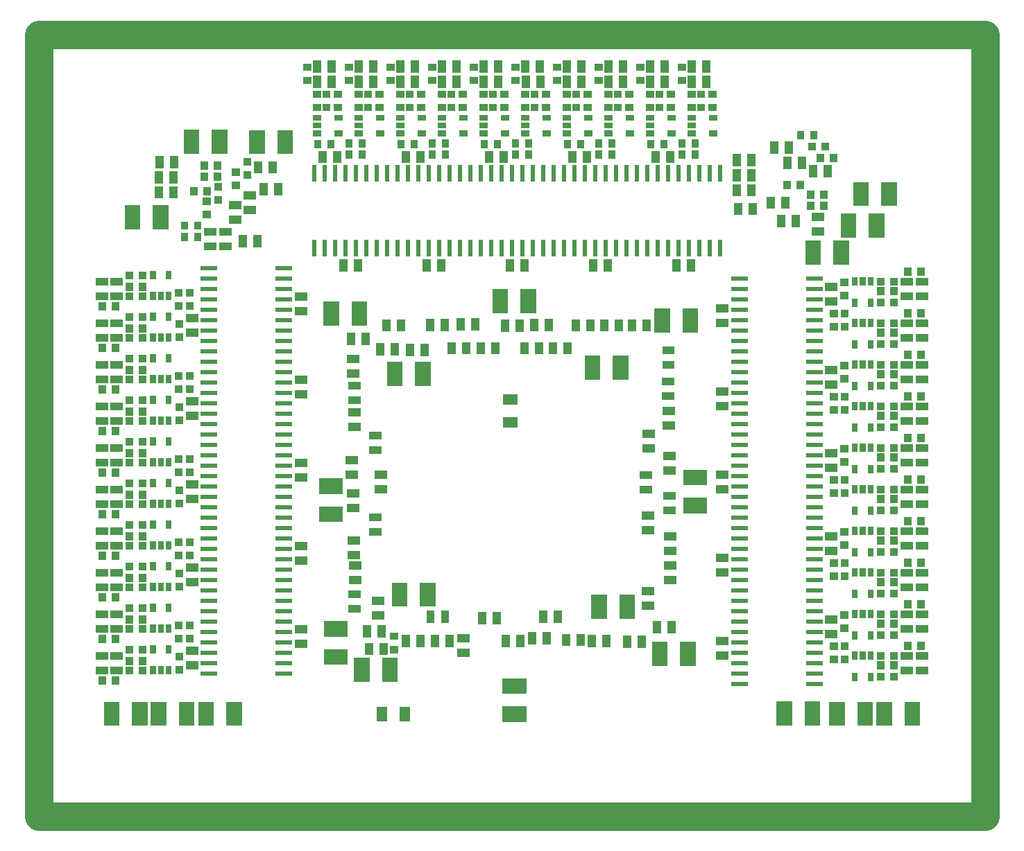
<source format=gbr>
G04 start of page 15 for group -4014 idx -4014 *
G04 Title: HETEPTANA, bottompaste *
G04 Creator: pcb 1.99z *
G04 CreationDate: Mo 30 Mär 2015 16:46:13 GMT UTC *
G04 For: stephan *
G04 Format: Gerber/RS-274X *
G04 PCB-Dimensions (mil): 5511.81 4724.41 *
G04 PCB-Coordinate-Origin: lower left *
%MOIN*%
%FSLAX25Y25*%
%LNBOTTOMPASTE*%
%ADD186C,0.1378*%
%ADD185R,0.0750X0.0750*%
%ADD184R,0.0394X0.0394*%
%ADD183R,0.0500X0.0500*%
%ADD182R,0.0280X0.0280*%
%ADD181R,0.0350X0.0350*%
%ADD180R,0.0200X0.0200*%
G54D180*X340500Y360441D02*Y354441D01*
X345500Y360441D02*Y354441D01*
X350500Y360441D02*Y354441D01*
X355500Y360441D02*Y354441D01*
X360500Y360441D02*Y354441D01*
X365500Y360441D02*Y354441D01*
X370500Y360441D02*Y354441D01*
X375500Y360441D02*Y354441D01*
Y324441D02*Y318441D01*
X370500Y324441D02*Y318441D01*
X365500Y324441D02*Y318441D01*
X360500Y324441D02*Y318441D01*
X355500Y324441D02*Y318441D01*
X350500Y324441D02*Y318441D01*
X345500Y324441D02*Y318441D01*
X340500Y324441D02*Y318441D01*
X300500Y360441D02*Y354441D01*
X305500Y360441D02*Y354441D01*
X310500Y360441D02*Y354441D01*
X315500Y360441D02*Y354441D01*
X320500Y360441D02*Y354441D01*
X325500Y360441D02*Y354441D01*
X330500Y360441D02*Y354441D01*
X335500Y360441D02*Y354441D01*
Y324441D02*Y318441D01*
X330500Y324441D02*Y318441D01*
X325500Y324441D02*Y318441D01*
X320500Y324441D02*Y318441D01*
X315500Y324441D02*Y318441D01*
X310500Y324441D02*Y318441D01*
X305500Y324441D02*Y318441D01*
X300500Y324441D02*Y318441D01*
X260500Y360441D02*Y354441D01*
X265500Y360441D02*Y354441D01*
X270500Y360441D02*Y354441D01*
X275500Y360441D02*Y354441D01*
X280500Y360441D02*Y354441D01*
X285500Y360441D02*Y354441D01*
X290500Y360441D02*Y354441D01*
X295500Y360441D02*Y354441D01*
Y324441D02*Y318441D01*
X290500Y324441D02*Y318441D01*
X285500Y324441D02*Y318441D01*
X280500Y324441D02*Y318441D01*
X275500Y324441D02*Y318441D01*
X270500Y324441D02*Y318441D01*
X265500Y324441D02*Y318441D01*
X260500Y324441D02*Y318441D01*
X220500Y360441D02*Y354441D01*
X225500Y360441D02*Y354441D01*
X230500Y360441D02*Y354441D01*
X235500Y360441D02*Y354441D01*
X240500Y360441D02*Y354441D01*
X245500Y360441D02*Y354441D01*
X250500Y360441D02*Y354441D01*
X255500Y360441D02*Y354441D01*
Y324441D02*Y318441D01*
X250500Y324441D02*Y318441D01*
X245500Y324441D02*Y318441D01*
X240500Y324441D02*Y318441D01*
X235500Y324441D02*Y318441D01*
X230500Y324441D02*Y318441D01*
X225500Y324441D02*Y318441D01*
X220500Y324441D02*Y318441D01*
X180500Y360441D02*Y354441D01*
X185500Y360441D02*Y354441D01*
X190500Y360441D02*Y354441D01*
X195500Y360441D02*Y354441D01*
X200500Y360441D02*Y354441D01*
X205500Y360441D02*Y354441D01*
X210500Y360441D02*Y354441D01*
X215500Y360441D02*Y354441D01*
Y324441D02*Y318441D01*
X210500Y324441D02*Y318441D01*
X205500Y324441D02*Y318441D01*
X200500Y324441D02*Y318441D01*
X195500Y324441D02*Y318441D01*
X190500Y324441D02*Y318441D01*
X185500Y324441D02*Y318441D01*
X180500Y324441D02*Y318441D01*
G54D181*X268700Y371891D02*Y371491D01*
X262300Y371891D02*Y371491D01*
G54D182*X261400Y376741D02*X262600D01*
X261400Y380541D02*X262600D01*
X261400Y384341D02*X262600D01*
X271600D02*X272800D01*
X271600Y376741D02*X272800D01*
G54D181*X271800Y389241D02*X272200D01*
X271800Y395641D02*X272200D01*
X261800Y389241D02*X262200D01*
X261800Y395641D02*X262200D01*
X266300Y389241D02*X266700D01*
X266300Y395641D02*X266700D01*
X291800Y389241D02*X292200D01*
X291800Y395641D02*X292200D01*
X277300Y372141D02*Y371741D01*
X283700Y372141D02*Y371741D01*
G54D182*X281400Y376741D02*X282600D01*
X281400Y380541D02*X282600D01*
X281400Y384341D02*X282600D01*
X291600D02*X292800D01*
X291600Y376741D02*X292800D01*
G54D181*X281800Y389241D02*X282200D01*
X281800Y395641D02*X282200D01*
X286300Y389241D02*X286700D01*
X286300Y395641D02*X286700D01*
X228700Y371891D02*Y371491D01*
X222300Y371891D02*Y371491D01*
G54D182*X221400Y376741D02*X222600D01*
X221400Y380541D02*X222600D01*
X221400Y384341D02*X222600D01*
X231600D02*X232800D01*
X231600Y376741D02*X232800D01*
G54D181*X231800Y389241D02*X232200D01*
X231800Y395641D02*X232200D01*
X221800Y389241D02*X222200D01*
X221800Y395641D02*X222200D01*
X226300Y389241D02*X226700D01*
X226300Y395641D02*X226700D01*
X251800Y389241D02*X252200D01*
X251800Y395641D02*X252200D01*
X237300Y372141D02*Y371741D01*
X243700Y372141D02*Y371741D01*
G54D182*X241400Y376741D02*X242600D01*
X241400Y380541D02*X242600D01*
X241400Y384341D02*X242600D01*
X251600D02*X252800D01*
X251600Y376741D02*X252800D01*
G54D181*X241800Y389241D02*X242200D01*
X241800Y395641D02*X242200D01*
X246300Y389241D02*X246700D01*
X246300Y395641D02*X246700D01*
X188700Y371891D02*Y371491D01*
X182300Y371891D02*Y371491D01*
G54D182*X181400Y376741D02*X182600D01*
X181400Y380541D02*X182600D01*
X181400Y384341D02*X182600D01*
X191600D02*X192800D01*
X191600Y376741D02*X192800D01*
G54D181*X191800Y389241D02*X192200D01*
X191800Y395641D02*X192200D01*
X181800Y389241D02*X182200D01*
X181800Y395641D02*X182200D01*
X186300Y389241D02*X186700D01*
X186300Y395641D02*X186700D01*
X211800Y389241D02*X212200D01*
X211800Y395641D02*X212200D01*
X197300Y372141D02*Y371741D01*
X203700Y372141D02*Y371741D01*
G54D182*X201400Y376741D02*X202600D01*
X201400Y380541D02*X202600D01*
X201400Y384341D02*X202600D01*
X211600D02*X212800D01*
X211600Y376741D02*X212800D01*
G54D181*X201800Y389241D02*X202200D01*
X201800Y395641D02*X202200D01*
X206300Y389241D02*X206700D01*
X206300Y395641D02*X206700D01*
X308700Y371891D02*Y371491D01*
X302300Y371891D02*Y371491D01*
G54D182*X301400Y376741D02*X302600D01*
X301400Y380541D02*X302600D01*
X301400Y384341D02*X302600D01*
X311600D02*X312800D01*
X311600Y376741D02*X312800D01*
G54D181*X311800Y389241D02*X312200D01*
X311800Y395641D02*X312200D01*
X301800Y389241D02*X302200D01*
X301800Y395641D02*X302200D01*
X306300Y389241D02*X306700D01*
X306300Y395641D02*X306700D01*
X331800Y389241D02*X332200D01*
X331800Y395641D02*X332200D01*
X317300Y372141D02*Y371741D01*
X323700Y372141D02*Y371741D01*
G54D182*X321400Y376741D02*X322600D01*
X321400Y380541D02*X322600D01*
X321400Y384341D02*X322600D01*
X331600D02*X332800D01*
X331600Y376741D02*X332800D01*
G54D181*X321800Y389241D02*X322200D01*
X321800Y395641D02*X322200D01*
X326300Y389241D02*X326700D01*
X326300Y395641D02*X326700D01*
X348700Y371891D02*Y371491D01*
X342300Y371891D02*Y371491D01*
G54D182*X341400Y376741D02*X342600D01*
X341400Y380541D02*X342600D01*
X341400Y384341D02*X342600D01*
X351600D02*X352800D01*
X351600Y376741D02*X352800D01*
G54D181*X351800Y389241D02*X352200D01*
X351800Y395641D02*X352200D01*
X341800Y389241D02*X342200D01*
X341800Y395641D02*X342200D01*
X346300Y389241D02*X346700D01*
X346300Y395641D02*X346700D01*
X371800Y389241D02*X372200D01*
X371800Y395641D02*X372200D01*
X357300Y372141D02*Y371741D01*
X363700Y372141D02*Y371741D01*
G54D182*X361400Y376741D02*X362600D01*
X361400Y380541D02*X362600D01*
X361400Y384341D02*X362600D01*
X371600D02*X372800D01*
X371600Y376741D02*X372800D01*
G54D181*X361800Y389241D02*X362200D01*
X361800Y395641D02*X362200D01*
X366300Y389241D02*X366700D01*
X366300Y395641D02*X366700D01*
G54D180*X127000Y276941D02*X133000D01*
X127000Y281941D02*X133000D01*
X127000Y286941D02*X133000D01*
X127000Y291941D02*X133000D01*
X127000Y296941D02*X133000D01*
X127000Y301941D02*X133000D01*
X127000Y306941D02*X133000D01*
X127000Y311941D02*X133000D01*
X163000D02*X169000D01*
X163000Y306941D02*X169000D01*
X163000Y301941D02*X169000D01*
X163000Y296941D02*X169000D01*
X163000Y291941D02*X169000D01*
X163000Y286941D02*X169000D01*
X163000Y281941D02*X169000D01*
X163000Y276941D02*X169000D01*
X127000Y236941D02*X133000D01*
X127000Y241941D02*X133000D01*
X127000Y246941D02*X133000D01*
X127000Y251941D02*X133000D01*
X127000Y256941D02*X133000D01*
X127000Y261941D02*X133000D01*
X127000Y266941D02*X133000D01*
X127000Y271941D02*X133000D01*
X163000D02*X169000D01*
X163000Y266941D02*X169000D01*
X163000Y261941D02*X169000D01*
X163000Y256941D02*X169000D01*
X163000Y251941D02*X169000D01*
X163000Y246941D02*X169000D01*
X163000Y241941D02*X169000D01*
X163000Y236941D02*X169000D01*
X127000Y196941D02*X133000D01*
X127000Y201941D02*X133000D01*
X127000Y206941D02*X133000D01*
X127000Y211941D02*X133000D01*
X127000Y216941D02*X133000D01*
X127000Y221941D02*X133000D01*
X127000Y226941D02*X133000D01*
X127000Y231941D02*X133000D01*
X163000D02*X169000D01*
X163000Y226941D02*X169000D01*
X163000Y221941D02*X169000D01*
X163000Y216941D02*X169000D01*
X163000Y211941D02*X169000D01*
X163000Y206941D02*X169000D01*
X163000Y201941D02*X169000D01*
X163000Y196941D02*X169000D01*
X127000Y156941D02*X133000D01*
X127000Y161941D02*X133000D01*
X127000Y166941D02*X133000D01*
X127000Y171941D02*X133000D01*
X127000Y176941D02*X133000D01*
X127000Y181941D02*X133000D01*
X127000Y186941D02*X133000D01*
X127000Y191941D02*X133000D01*
X163000D02*X169000D01*
X163000Y186941D02*X169000D01*
X163000Y181941D02*X169000D01*
X163000Y176941D02*X169000D01*
X163000Y171941D02*X169000D01*
X163000Y166941D02*X169000D01*
X163000Y161941D02*X169000D01*
X163000Y156941D02*X169000D01*
X127000Y116941D02*X133000D01*
X127000Y121941D02*X133000D01*
X127000Y126941D02*X133000D01*
X127000Y131941D02*X133000D01*
X127000Y136941D02*X133000D01*
X127000Y141941D02*X133000D01*
X127000Y146941D02*X133000D01*
X127000Y151941D02*X133000D01*
X163000D02*X169000D01*
X163000Y146941D02*X169000D01*
X163000Y141941D02*X169000D01*
X163000Y136941D02*X169000D01*
X163000Y131941D02*X169000D01*
X163000Y126941D02*X169000D01*
X163000Y121941D02*X169000D01*
X163000Y116941D02*X169000D01*
G54D182*X110700Y199041D02*Y197841D01*
X106900Y199041D02*Y197841D01*
X103100Y199041D02*Y197841D01*
Y209241D02*Y208041D01*
X110700Y209241D02*Y208041D01*
G54D181*X98200Y208641D02*Y208241D01*
X91800Y208641D02*Y208241D01*
X98200Y198641D02*Y198241D01*
X91800Y198641D02*Y198241D01*
X98200Y203141D02*Y202741D01*
X91800Y203141D02*Y202741D01*
X98200Y228641D02*Y228241D01*
X91800Y228641D02*Y228241D01*
X115300Y213741D02*X115700D01*
X115300Y220141D02*X115700D01*
G54D182*X110700Y219041D02*Y217841D01*
X106900Y219041D02*Y217841D01*
X103100Y219041D02*Y217841D01*
Y229241D02*Y228041D01*
X110700Y229241D02*Y228041D01*
G54D181*X98200Y218641D02*Y218241D01*
X91800Y218641D02*Y218241D01*
X98200Y223141D02*Y222741D01*
X91800Y223141D02*Y222741D01*
G54D182*X110700Y159041D02*Y157841D01*
X106900Y159041D02*Y157841D01*
X103100Y159041D02*Y157841D01*
Y169241D02*Y168041D01*
X110700Y169241D02*Y168041D01*
G54D181*X98200Y168641D02*Y168241D01*
X91800Y168641D02*Y168241D01*
X98200Y158641D02*Y158241D01*
X91800Y158641D02*Y158241D01*
X98200Y163141D02*Y162741D01*
X91800Y163141D02*Y162741D01*
X98200Y188641D02*Y188241D01*
X91800Y188641D02*Y188241D01*
X115300Y173741D02*X115700D01*
X115300Y180141D02*X115700D01*
G54D182*X110700Y179041D02*Y177841D01*
X106900Y179041D02*Y177841D01*
X103100Y179041D02*Y177841D01*
Y189241D02*Y188041D01*
X110700Y189241D02*Y188041D01*
G54D181*X98200Y178641D02*Y178241D01*
X91800Y178641D02*Y178241D01*
X98200Y183141D02*Y182741D01*
X91800Y183141D02*Y182741D01*
G54D182*X110700Y119041D02*Y117841D01*
X106900Y119041D02*Y117841D01*
X103100Y119041D02*Y117841D01*
Y129241D02*Y128041D01*
X110700Y129241D02*Y128041D01*
G54D181*X98200Y128641D02*Y128241D01*
X91800Y128641D02*Y128241D01*
X98200Y118641D02*Y118241D01*
X91800Y118641D02*Y118241D01*
X98200Y123141D02*Y122741D01*
X91800Y123141D02*Y122741D01*
X98200Y148641D02*Y148241D01*
X91800Y148641D02*Y148241D01*
X115300Y133741D02*X115700D01*
X115300Y140141D02*X115700D01*
G54D182*X110700Y139041D02*Y137841D01*
X106900Y139041D02*Y137841D01*
X103100Y139041D02*Y137841D01*
Y149241D02*Y148041D01*
X110700Y149241D02*Y148041D01*
G54D181*X98200Y138641D02*Y138241D01*
X91800Y138641D02*Y138241D01*
X98200Y143141D02*Y142741D01*
X91800Y143141D02*Y142741D01*
G54D182*X110700Y239041D02*Y237841D01*
X106900Y239041D02*Y237841D01*
X103100Y239041D02*Y237841D01*
Y249241D02*Y248041D01*
X110700Y249241D02*Y248041D01*
G54D181*X98200Y248641D02*Y248241D01*
X91800Y248641D02*Y248241D01*
X98200Y238641D02*Y238241D01*
X91800Y238641D02*Y238241D01*
X98200Y243141D02*Y242741D01*
X91800Y243141D02*Y242741D01*
X98200Y268641D02*Y268241D01*
X91800Y268641D02*Y268241D01*
X115300Y253741D02*X115700D01*
X115300Y260141D02*X115700D01*
G54D182*X110700Y259041D02*Y257841D01*
X106900Y259041D02*Y257841D01*
X103100Y259041D02*Y257841D01*
Y269241D02*Y268041D01*
X110700Y269241D02*Y268041D01*
G54D181*X98200Y258641D02*Y258241D01*
X91800Y258641D02*Y258241D01*
X98200Y263141D02*Y262741D01*
X91800Y263141D02*Y262741D01*
G54D182*X110700Y279041D02*Y277841D01*
X106900Y279041D02*Y277841D01*
X103100Y279041D02*Y277841D01*
Y289241D02*Y288041D01*
X110700Y289241D02*Y288041D01*
G54D181*X98200Y288641D02*Y288241D01*
X91800Y288641D02*Y288241D01*
X98200Y278641D02*Y278241D01*
X91800Y278641D02*Y278241D01*
X98200Y283141D02*Y282741D01*
X91800Y283141D02*Y282741D01*
X120550Y300141D02*X120950D01*
X120550Y293741D02*X120950D01*
X98200Y308641D02*Y308241D01*
X91800Y308641D02*Y308241D01*
X115300Y293741D02*X115700D01*
X115300Y300141D02*X115700D01*
G54D182*X110700Y299041D02*Y297841D01*
X106900Y299041D02*Y297841D01*
X103100Y299041D02*Y297841D01*
Y309241D02*Y308041D01*
X110700Y309241D02*Y308041D01*
G54D181*X98200Y298641D02*Y298241D01*
X91800Y298641D02*Y298241D01*
X98200Y303141D02*Y302741D01*
X91800Y303141D02*Y302741D01*
G54D180*X418000Y146941D02*X424000D01*
X418000Y141941D02*X424000D01*
X418000Y136941D02*X424000D01*
X418000Y131941D02*X424000D01*
X418000Y126941D02*X424000D01*
X418000Y121941D02*X424000D01*
X418000Y116941D02*X424000D01*
X418000Y111941D02*X424000D01*
X382000D02*X388000D01*
X382000Y116941D02*X388000D01*
X382000Y121941D02*X388000D01*
X382000Y126941D02*X388000D01*
X382000Y131941D02*X388000D01*
X382000Y136941D02*X388000D01*
X382000Y141941D02*X388000D01*
X382000Y146941D02*X388000D01*
X418000Y186941D02*X424000D01*
X418000Y181941D02*X424000D01*
X418000Y176941D02*X424000D01*
X418000Y171941D02*X424000D01*
X418000Y166941D02*X424000D01*
X418000Y161941D02*X424000D01*
X418000Y156941D02*X424000D01*
X418000Y151941D02*X424000D01*
X382000D02*X388000D01*
X382000Y156941D02*X388000D01*
X382000Y161941D02*X388000D01*
X382000Y166941D02*X388000D01*
X382000Y171941D02*X388000D01*
X382000Y176941D02*X388000D01*
X382000Y181941D02*X388000D01*
X382000Y186941D02*X388000D01*
X418000Y226941D02*X424000D01*
X418000Y221941D02*X424000D01*
X418000Y216941D02*X424000D01*
X418000Y211941D02*X424000D01*
X418000Y206941D02*X424000D01*
X418000Y201941D02*X424000D01*
X418000Y196941D02*X424000D01*
X418000Y191941D02*X424000D01*
X382000D02*X388000D01*
X382000Y196941D02*X388000D01*
X382000Y201941D02*X388000D01*
X382000Y206941D02*X388000D01*
X382000Y211941D02*X388000D01*
X382000Y216941D02*X388000D01*
X382000Y221941D02*X388000D01*
X382000Y226941D02*X388000D01*
X418000Y266941D02*X424000D01*
X418000Y261941D02*X424000D01*
X418000Y256941D02*X424000D01*
X418000Y251941D02*X424000D01*
X418000Y246941D02*X424000D01*
X418000Y241941D02*X424000D01*
X418000Y236941D02*X424000D01*
X418000Y231941D02*X424000D01*
X382000D02*X388000D01*
X382000Y236941D02*X388000D01*
X382000Y241941D02*X388000D01*
X382000Y246941D02*X388000D01*
X382000Y251941D02*X388000D01*
X382000Y256941D02*X388000D01*
X382000Y261941D02*X388000D01*
X382000Y266941D02*X388000D01*
X418000Y306941D02*X424000D01*
X418000Y301941D02*X424000D01*
X418000Y296941D02*X424000D01*
X418000Y291941D02*X424000D01*
X418000Y286941D02*X424000D01*
X418000Y281941D02*X424000D01*
X418000Y276941D02*X424000D01*
X418000Y271941D02*X424000D01*
X382000D02*X388000D01*
X382000Y276941D02*X388000D01*
X382000Y281941D02*X388000D01*
X382000Y286941D02*X388000D01*
X382000Y291941D02*X388000D01*
X382000Y296941D02*X388000D01*
X382000Y301941D02*X388000D01*
X382000Y306941D02*X388000D01*
G54D181*X435050Y218741D02*X435450D01*
X435050Y225141D02*X435450D01*
G54D182*X440300Y226041D02*Y224841D01*
X444100Y226041D02*Y224841D01*
X447900Y226041D02*Y224841D01*
Y215841D02*Y214641D01*
X440300Y215841D02*Y214641D01*
G54D181*X452800Y215641D02*Y215241D01*
X459200Y215641D02*Y215241D01*
X452800Y225641D02*Y225241D01*
X459200Y225641D02*Y225241D01*
X452800Y221141D02*Y220741D01*
X459200Y221141D02*Y220741D01*
X452800Y195641D02*Y195241D01*
X459200Y195641D02*Y195241D01*
X435300Y210141D02*X435700D01*
X435300Y203741D02*X435700D01*
G54D182*X440300Y206041D02*Y204841D01*
X444100Y206041D02*Y204841D01*
X447900Y206041D02*Y204841D01*
Y195841D02*Y194641D01*
X440300Y195841D02*Y194641D01*
G54D181*X452800Y205641D02*Y205241D01*
X459200Y205641D02*Y205241D01*
X452800Y201141D02*Y200741D01*
X459200Y201141D02*Y200741D01*
X435050Y258741D02*X435450D01*
X435050Y265141D02*X435450D01*
G54D182*X440300Y266041D02*Y264841D01*
X444100Y266041D02*Y264841D01*
X447900Y266041D02*Y264841D01*
Y255841D02*Y254641D01*
X440300Y255841D02*Y254641D01*
G54D181*X452800Y255641D02*Y255241D01*
X459200Y255641D02*Y255241D01*
X452800Y265641D02*Y265241D01*
X459200Y265641D02*Y265241D01*
X452800Y261141D02*Y260741D01*
X459200Y261141D02*Y260741D01*
X452800Y235641D02*Y235241D01*
X459200Y235641D02*Y235241D01*
X435300Y250141D02*X435700D01*
X435300Y243741D02*X435700D01*
G54D182*X440300Y246041D02*Y244841D01*
X444100Y246041D02*Y244841D01*
X447900Y246041D02*Y244841D01*
Y235841D02*Y234641D01*
X440300Y235841D02*Y234641D01*
G54D181*X452800Y245641D02*Y245241D01*
X459200Y245641D02*Y245241D01*
X452800Y241141D02*Y240741D01*
X459200Y241141D02*Y240741D01*
X435050Y298741D02*X435450D01*
X435050Y305141D02*X435450D01*
G54D182*X440300Y306041D02*Y304841D01*
X444100Y306041D02*Y304841D01*
X447900Y306041D02*Y304841D01*
Y295841D02*Y294641D01*
X440300Y295841D02*Y294641D01*
G54D181*X452800Y295641D02*Y295241D01*
X459200Y295641D02*Y295241D01*
X452800Y305641D02*Y305241D01*
X459200Y305641D02*Y305241D01*
X452800Y301141D02*Y300741D01*
X459200Y301141D02*Y300741D01*
X452800Y275641D02*Y275241D01*
X459200Y275641D02*Y275241D01*
X435300Y290141D02*X435700D01*
X435300Y283741D02*X435700D01*
G54D182*X440300Y286041D02*Y284841D01*
X444100Y286041D02*Y284841D01*
X447900Y286041D02*Y284841D01*
Y275841D02*Y274641D01*
X440300Y275841D02*Y274641D01*
G54D181*X452800Y285641D02*Y285241D01*
X459200Y285641D02*Y285241D01*
X452800Y281141D02*Y280741D01*
X459200Y281141D02*Y280741D01*
X435050Y178741D02*X435450D01*
X435050Y185141D02*X435450D01*
G54D182*X440300Y186041D02*Y184841D01*
X444100Y186041D02*Y184841D01*
X447900Y186041D02*Y184841D01*
Y175841D02*Y174641D01*
X440300Y175841D02*Y174641D01*
G54D181*X452800Y175641D02*Y175241D01*
X459200Y175641D02*Y175241D01*
X452800Y185641D02*Y185241D01*
X459200Y185641D02*Y185241D01*
X452800Y181141D02*Y180741D01*
X459200Y181141D02*Y180741D01*
X452800Y155641D02*Y155241D01*
X459200Y155641D02*Y155241D01*
X435300Y170141D02*X435700D01*
X435300Y163741D02*X435700D01*
G54D182*X440300Y166041D02*Y164841D01*
X444100Y166041D02*Y164841D01*
X447900Y166041D02*Y164841D01*
Y155841D02*Y154641D01*
X440300Y155841D02*Y154641D01*
G54D181*X452800Y165641D02*Y165241D01*
X459200Y165641D02*Y165241D01*
X452800Y161141D02*Y160741D01*
X459200Y161141D02*Y160741D01*
X435050Y138741D02*X435450D01*
X435050Y145141D02*X435450D01*
G54D182*X440300Y146041D02*Y144841D01*
X444100Y146041D02*Y144841D01*
X447900Y146041D02*Y144841D01*
Y135841D02*Y134641D01*
X440300Y135841D02*Y134641D01*
G54D181*X452800Y135641D02*Y135241D01*
X459200Y135641D02*Y135241D01*
X452800Y145641D02*Y145241D01*
X459200Y145641D02*Y145241D01*
X452800Y141141D02*Y140741D01*
X459200Y141141D02*Y140741D01*
X452800Y115641D02*Y115241D01*
X459200Y115641D02*Y115241D01*
X435300Y130141D02*X435700D01*
X435300Y123741D02*X435700D01*
G54D182*X440300Y126041D02*Y124841D01*
X444100Y126041D02*Y124841D01*
X447900Y126041D02*Y124841D01*
Y115841D02*Y114641D01*
X440300Y115841D02*Y114641D01*
G54D181*X452800Y125641D02*Y125241D01*
X459200Y125641D02*Y125241D01*
X452800Y121141D02*Y120741D01*
X459200Y121141D02*Y120741D01*
X148300Y363141D02*X148700D01*
X148300Y356741D02*X148700D01*
X142800Y358141D02*X143200D01*
X142800Y351741D02*X143200D01*
X118300Y332641D02*Y332241D01*
X124700Y332641D02*Y332241D01*
X128800Y344141D02*X129200D01*
X128800Y337741D02*X129200D01*
X134300Y351141D02*X134700D01*
X134300Y344741D02*X134700D01*
X129200Y349141D02*Y348741D01*
X122800Y349141D02*Y348741D01*
X134200Y356141D02*Y355741D01*
X127800Y356141D02*Y355741D01*
X134200Y361391D02*Y360991D01*
X127800Y361391D02*Y360991D01*
X425450Y342141D02*Y341741D01*
X419050Y342141D02*Y341741D01*
X425450Y347391D02*Y346991D01*
X419050Y347391D02*Y346991D01*
X420700Y376141D02*Y375741D01*
X414300Y376141D02*Y375741D01*
X430200Y365141D02*Y364741D01*
X423800Y365141D02*Y364741D01*
X426200Y370641D02*Y370241D01*
X419800Y370641D02*Y370241D01*
X218800Y134891D02*X219200D01*
X218800Y128491D02*X219200D01*
X124700Y327141D02*Y326741D01*
X118300Y327141D02*Y326741D01*
G54D183*X213004Y98441D02*Y96441D01*
X224004Y98441D02*Y96441D01*
G54D184*X77500Y305441D02*X79500D01*
X77500Y298441D02*X79500D01*
G54D181*X357050Y402241D02*X357450D01*
X357050Y408641D02*X357450D01*
G54D184*X369000Y409941D02*Y407941D01*
X362000Y409941D02*Y407941D01*
X471500Y118441D02*X473500D01*
X471500Y125441D02*X473500D01*
G54D185*X346596Y128378D02*Y124378D01*
X360096Y128378D02*Y124378D01*
X361583Y211278D02*X365583D01*
X361583Y197778D02*X365583D01*
X347778Y288811D02*Y284811D01*
X361278Y288811D02*Y284811D01*
X283522Y298063D02*Y294063D01*
X270022Y298063D02*Y294063D01*
X202222Y292157D02*Y288157D01*
X188722Y292157D02*Y288157D01*
X186583Y207144D02*X190583D01*
X186583Y193644D02*X190583D01*
X188945Y138443D02*X192945D01*
X188945Y124943D02*X192945D01*
X274772Y110884D02*X278772D01*
X274772Y97384D02*X278772D01*
X330963Y151016D02*Y147016D01*
X317463Y151016D02*Y147016D01*
X327813Y266173D02*Y262173D01*
X314313Y266173D02*Y262173D01*
X219234Y263024D02*Y259024D01*
X232734Y263024D02*Y259024D01*
X221596Y156921D02*Y152921D01*
X235096Y156921D02*Y152921D01*
X217000Y120691D02*Y116691D01*
X203500Y120691D02*Y116691D01*
X119348Y99638D02*Y95638D01*
X105848Y99638D02*Y95638D01*
X83211Y99638D02*Y95638D01*
X96711Y99638D02*Y95638D01*
X128683Y99638D02*Y95638D01*
X142183Y99638D02*Y95638D01*
X431833Y99638D02*Y95638D01*
X445333Y99638D02*Y95638D01*
X467970Y99638D02*Y95638D01*
X454470Y99638D02*Y95638D01*
X406439Y99835D02*Y95835D01*
X419939Y99835D02*Y95835D01*
X437344Y334480D02*Y330480D01*
X450844Y334480D02*Y330480D01*
X443250Y349638D02*Y345638D01*
X456750Y349638D02*Y345638D01*
X420219Y321488D02*Y317488D01*
X433719Y321488D02*Y317488D01*
X106750Y338441D02*Y334441D01*
X93250Y338441D02*Y334441D01*
X135191Y374744D02*Y370744D01*
X121691Y374744D02*Y370744D01*
X166593Y374638D02*Y370638D01*
X153093Y374638D02*Y370638D01*
G54D186*X48228Y424213D02*X502953D01*
Y48228D01*
X48228D02*X502953D01*
X48228Y424213D02*Y48228D01*
G54D184*X184500Y366441D02*Y364441D01*
X191500Y366441D02*Y364441D01*
X194750Y314191D02*Y312191D01*
X201750Y314191D02*Y312191D01*
X224500Y366441D02*Y364441D01*
X231500Y366441D02*Y364441D01*
X234750Y314191D02*Y312191D01*
X241750Y314191D02*Y312191D01*
X264500Y366441D02*Y364441D01*
X271500Y366441D02*Y364441D01*
X274750Y314191D02*Y312191D01*
X281750Y314191D02*Y312191D01*
X304500Y366441D02*Y364441D01*
X311500Y366441D02*Y364441D01*
X314750Y314191D02*Y312191D01*
X321750Y314191D02*Y312191D01*
X344500Y366441D02*Y364441D01*
X351500Y366441D02*Y364441D01*
X354750Y314191D02*Y312191D01*
X361750Y314191D02*Y312191D01*
X121000Y120941D02*X123000D01*
X121000Y127941D02*X123000D01*
X173250Y131191D02*X175250D01*
X173250Y138191D02*X175250D01*
X121000Y160941D02*X123000D01*
X121000Y167941D02*X123000D01*
X173250Y171191D02*X175250D01*
X173250Y178191D02*X175250D01*
X121000Y200941D02*X123000D01*
X121000Y207941D02*X123000D01*
X173250Y211191D02*X175250D01*
X173250Y218191D02*X175250D01*
X121000Y240941D02*X123000D01*
X121000Y247941D02*X123000D01*
X173250Y251191D02*X175250D01*
X173250Y258191D02*X175250D01*
X121000Y280941D02*X123000D01*
X121000Y287941D02*X123000D01*
X173250Y291191D02*X175250D01*
X173250Y298191D02*X175250D01*
X428000Y302941D02*X430000D01*
X428000Y295941D02*X430000D01*
X375750Y292691D02*X377750D01*
X375750Y285691D02*X377750D01*
X428000Y262941D02*X430000D01*
X428000Y255941D02*X430000D01*
X375750Y252691D02*X377750D01*
X375750Y245691D02*X377750D01*
X428000Y222941D02*X430000D01*
X428000Y215941D02*X430000D01*
X375750Y212691D02*X377750D01*
X375750Y205691D02*X377750D01*
X428000Y182941D02*X430000D01*
X428000Y175941D02*X430000D01*
X375750Y172691D02*X377750D01*
X375750Y165691D02*X377750D01*
X428000Y142941D02*X430000D01*
X428000Y135941D02*X430000D01*
X375750Y132691D02*X377750D01*
X375750Y125691D02*X377750D01*
G54D181*X115550Y205141D02*X115950D01*
X115550Y198741D02*X115950D01*
X115550Y165141D02*X115950D01*
X115550Y158741D02*X115950D01*
X115550Y125141D02*X115950D01*
X115550Y118741D02*X115950D01*
X115550Y245141D02*X115950D01*
X115550Y238741D02*X115950D01*
X115550Y285141D02*X115950D01*
X115550Y278741D02*X115950D01*
X120550Y220141D02*X120950D01*
X120550Y213741D02*X120950D01*
X120550Y180141D02*X120950D01*
X120550Y173741D02*X120950D01*
X120550Y140141D02*X120950D01*
X120550Y133741D02*X120950D01*
X120550Y260141D02*X120950D01*
X120550Y253741D02*X120950D01*
X283700Y366891D02*Y366491D01*
X277300Y366891D02*Y366491D01*
X243700Y366891D02*Y366491D01*
X237300Y366891D02*Y366491D01*
X203700Y366891D02*Y366491D01*
X197300Y366891D02*Y366491D01*
X323700Y366891D02*Y366491D01*
X317300Y366891D02*Y366491D01*
X363700Y366891D02*Y366491D01*
X357300Y366891D02*Y366491D01*
X430050Y203741D02*X430450D01*
X430050Y210141D02*X430450D01*
X430050Y243741D02*X430450D01*
X430050Y250141D02*X430450D01*
X430050Y283741D02*X430450D01*
X430050Y290141D02*X430450D01*
X430050Y163741D02*X430450D01*
X430050Y170141D02*X430450D01*
X430050Y123741D02*X430450D01*
X430050Y130141D02*X430450D01*
G54D184*X160750Y361441D02*Y359441D01*
X153750Y361441D02*Y359441D01*
X153250Y325941D02*Y323941D01*
X146250Y325941D02*Y323941D01*
X421500Y329691D02*X423500D01*
X421500Y336691D02*X423500D01*
X113250Y363941D02*Y361941D01*
X106250Y363941D02*Y361941D01*
X412000Y335691D02*Y333691D01*
X405000Y335691D02*Y333691D01*
X407000Y344441D02*Y342441D01*
X400000Y344441D02*Y342441D01*
X408750Y370941D02*Y368941D01*
X401750Y370941D02*Y368941D01*
X390500Y364941D02*Y362941D01*
X383500Y364941D02*Y362941D01*
X390500Y357691D02*Y355691D01*
X383500Y357691D02*Y355691D01*
X390500Y350441D02*Y348441D01*
X383500Y350441D02*Y348441D01*
X384295Y341418D02*Y339418D01*
X391295Y341418D02*Y339418D01*
X415000Y363691D02*Y361691D01*
X408000Y363691D02*Y361691D01*
X427250Y359691D02*Y357691D01*
X420250Y359691D02*Y357691D01*
X129750Y329441D02*X131750D01*
X129750Y322441D02*X131750D01*
X137000Y329441D02*X139000D01*
X137000Y322441D02*X139000D01*
X141500Y342191D02*X143500D01*
X141500Y335191D02*X143500D01*
X156250Y350941D02*Y348941D01*
X163250Y350941D02*Y348941D01*
X113000Y356691D02*Y354691D01*
X106000Y356691D02*Y354691D01*
X113000Y349441D02*Y347441D01*
X106000Y349441D02*Y347441D01*
X148750Y346941D02*X150750D01*
X148750Y339941D02*X150750D01*
X308618Y134071D02*Y132071D01*
X301618Y134071D02*Y132071D01*
X339945Y156650D02*X341945D01*
X339945Y149650D02*X341945D01*
X339945Y192870D02*X341945D01*
X339945Y185870D02*X341945D01*
X340339Y232240D02*X342339D01*
X340339Y225240D02*X342339D01*
X349787Y272398D02*X351787D01*
X349787Y265398D02*X351787D01*
X199000Y148075D02*X201000D01*
X199000Y155075D02*X201000D01*
X219248Y273835D02*Y271835D01*
X212248Y273835D02*Y271835D01*
X198250Y261191D02*X200250D01*
X198250Y268191D02*X200250D01*
X251362Y126815D02*X253362D01*
X251362Y133815D02*X253362D01*
X339000Y212441D02*X341000D01*
X339000Y205441D02*X341000D01*
X350250Y221691D02*X352250D01*
X350250Y214691D02*X352250D01*
X350000Y243191D02*X352000D01*
X350000Y236191D02*X352000D01*
X349750Y257441D02*X351750D01*
X349750Y250441D02*X351750D01*
X350250Y202441D02*X352250D01*
X350250Y195441D02*X352250D01*
X292250Y134941D02*Y132941D01*
X285250Y134941D02*Y132941D01*
X321000Y133691D02*Y131691D01*
X314000Y133691D02*Y131691D01*
X352250Y140191D02*Y138191D01*
X345250Y140191D02*Y138191D01*
X290500Y145191D02*Y143191D01*
X297500Y145191D02*Y143191D01*
X338000Y133191D02*Y131191D01*
X331000Y133191D02*Y131191D01*
X350750Y182941D02*X352750D01*
X350750Y175941D02*X352750D01*
X350750Y168941D02*X352750D01*
X350750Y161941D02*X352750D01*
X231750Y133691D02*Y131691D01*
X224750Y133691D02*Y131691D01*
X236461Y145291D02*Y143291D01*
X243461Y145291D02*Y143291D01*
X279750Y133691D02*Y131691D01*
X272750Y133691D02*Y131691D01*
X245750Y133691D02*Y131691D01*
X238750Y133691D02*Y131691D01*
X197750Y212691D02*X199750D01*
X197750Y219691D02*X199750D01*
X211500Y205691D02*X213500D01*
X211500Y212691D02*X213500D01*
X198250Y196691D02*X200250D01*
X198250Y203691D02*X200250D01*
X198750Y173941D02*X200750D01*
X198750Y180941D02*X200750D01*
X199250Y161941D02*X201250D01*
X199250Y168941D02*X201250D01*
X215250Y285441D02*Y283441D01*
X222250Y285441D02*Y283441D01*
X198250Y278941D02*Y276941D01*
X205250Y278941D02*Y276941D01*
X199000Y248441D02*X201000D01*
X199000Y255441D02*X201000D01*
X199000Y235691D02*X201000D01*
X199000Y242691D02*X201000D01*
X281500Y274441D02*Y272441D01*
X288500Y274441D02*Y272441D01*
X272250Y285191D02*Y283191D01*
X279250Y285191D02*Y283191D01*
X236165Y285508D02*Y283508D01*
X243165Y285508D02*Y283508D01*
X251000Y285941D02*Y283941D01*
X258000Y285941D02*Y283941D01*
X246500Y274441D02*Y272441D01*
X253500Y274441D02*Y272441D01*
X260750Y274441D02*Y272441D01*
X267750Y274441D02*Y272441D01*
X295250Y274441D02*Y272441D01*
X302250Y274441D02*Y272441D01*
X286250Y285691D02*Y283691D01*
X293250Y285691D02*Y283691D01*
X340250Y285441D02*Y283441D01*
X333250Y285441D02*Y283441D01*
X320000Y285441D02*Y283441D01*
X327000Y285441D02*Y283441D01*
X306250Y285441D02*Y283441D01*
X313250Y285441D02*Y283441D01*
X206000Y138191D02*Y136191D01*
X213000Y138191D02*Y136191D01*
X213933Y129740D02*Y127740D01*
X206933Y129740D02*Y127740D01*
X268264Y144701D02*Y142701D01*
X261264Y144701D02*Y142701D01*
X209039Y185083D02*X211039D01*
X209039Y192083D02*X211039D01*
X208843Y224453D02*X210843D01*
X208843Y231453D02*X210843D01*
X226618Y273638D02*Y271638D01*
X233618Y273638D02*Y271638D01*
X210220Y151925D02*X212220D01*
X210220Y144925D02*X212220D01*
X84750Y305441D02*X86750D01*
X84750Y298441D02*X86750D01*
X189000Y402691D02*Y400691D01*
X182000Y402691D02*Y400691D01*
X229000Y402691D02*Y400691D01*
X222000Y402691D02*Y400691D01*
X269000Y402691D02*Y400691D01*
X262000Y402691D02*Y400691D01*
X209000Y402691D02*Y400691D01*
X202000Y402691D02*Y400691D01*
X249000Y402691D02*Y400691D01*
X242000Y402691D02*Y400691D01*
X289250Y402691D02*Y400691D01*
X282250Y402691D02*Y400691D01*
X309000Y402691D02*Y400691D01*
X302000Y402691D02*Y400691D01*
X329000Y402691D02*Y400691D01*
X322000Y402691D02*Y400691D01*
X349000Y402691D02*Y400691D01*
X342000Y402691D02*Y400691D01*
X369000Y402691D02*Y400691D01*
X362000Y402691D02*Y400691D01*
X349000Y409941D02*Y407941D01*
X342000Y409941D02*Y407941D01*
G54D181*X337050Y402241D02*X337450D01*
X337050Y408641D02*X337450D01*
G54D184*X329000Y409941D02*Y407941D01*
X322000Y409941D02*Y407941D01*
G54D181*X317050Y402241D02*X317450D01*
X317050Y408641D02*X317450D01*
G54D184*X309000Y409941D02*Y407941D01*
X302000Y409941D02*Y407941D01*
G54D181*X297050Y402241D02*X297450D01*
X297050Y408641D02*X297450D01*
G54D184*X289000Y409941D02*Y407941D01*
X282000Y409941D02*Y407941D01*
G54D181*X277050Y402241D02*X277450D01*
X277050Y408641D02*X277450D01*
G54D184*X269000Y409941D02*Y407941D01*
X262000Y409941D02*Y407941D01*
G54D181*X257050Y402241D02*X257450D01*
X257050Y408641D02*X257450D01*
G54D184*X249000Y409941D02*Y407941D01*
X242000Y409941D02*Y407941D01*
G54D181*X237050Y402241D02*X237450D01*
X237050Y408641D02*X237450D01*
G54D184*X229000Y409941D02*Y407941D01*
X222000Y409941D02*Y407941D01*
G54D181*X217050Y402241D02*X217450D01*
X217050Y408641D02*X217450D01*
G54D184*X209000Y409941D02*Y407941D01*
X202000Y409941D02*Y407941D01*
G54D181*X197050Y402241D02*X197450D01*
X197050Y408641D02*X197450D01*
G54D184*X189000Y409941D02*Y407941D01*
X182000Y409941D02*Y407941D01*
G54D181*X177050Y402241D02*X177450D01*
X177050Y408641D02*X177450D01*
G54D184*X464250Y198441D02*X466250D01*
X464250Y205441D02*X466250D01*
X464250Y218441D02*X466250D01*
X464250Y225441D02*X466250D01*
X464250Y238441D02*X466250D01*
X464250Y245441D02*X466250D01*
X464250Y258441D02*X466250D01*
X464250Y265441D02*X466250D01*
X464250Y178441D02*X466250D01*
X464250Y185441D02*X466250D01*
X464250Y158441D02*X466250D01*
X464250Y165441D02*X466250D01*
X464250Y138441D02*X466250D01*
X464250Y145441D02*X466250D01*
X464250Y118441D02*X466250D01*
X464250Y125441D02*X466250D01*
G54D181*X465800Y310391D02*Y309991D01*
X472200Y310391D02*Y309991D01*
G54D184*X471500Y298441D02*X473500D01*
X471500Y305441D02*X473500D01*
G54D181*X465800Y290391D02*Y289991D01*
X472200Y290391D02*Y289991D01*
G54D184*X471500Y278441D02*X473500D01*
X471500Y285441D02*X473500D01*
G54D181*X465800Y270391D02*Y269991D01*
X472200Y270391D02*Y269991D01*
G54D184*X471500Y258441D02*X473500D01*
X471500Y265441D02*X473500D01*
G54D181*X465800Y250391D02*Y249991D01*
X472200Y250391D02*Y249991D01*
G54D184*X471500Y238441D02*X473500D01*
X471500Y245441D02*X473500D01*
G54D181*X465800Y230391D02*Y229991D01*
X472200Y230391D02*Y229991D01*
G54D184*X471500Y218441D02*X473500D01*
X471500Y225441D02*X473500D01*
G54D181*X465800Y210391D02*Y209991D01*
X472200Y210391D02*Y209991D01*
G54D184*X471500Y198441D02*X473500D01*
X471500Y205441D02*X473500D01*
G54D181*X465800Y190391D02*Y189991D01*
X472200Y190391D02*Y189991D01*
G54D184*X471500Y178441D02*X473500D01*
X471500Y185441D02*X473500D01*
G54D181*X465800Y170391D02*Y169991D01*
X472200Y170391D02*Y169991D01*
G54D184*X471500Y158441D02*X473500D01*
X471500Y165441D02*X473500D01*
G54D181*X465800Y150391D02*Y149991D01*
X472200Y150391D02*Y149991D01*
G54D184*X471500Y138441D02*X473500D01*
X471500Y145441D02*X473500D01*
G54D181*X465800Y130391D02*Y129991D01*
X472200Y130391D02*Y129991D01*
G54D184*X464250Y278441D02*X466250D01*
X464250Y285441D02*X466250D01*
X464250Y298441D02*X466250D01*
X464250Y305441D02*X466250D01*
G54D181*X85200Y113891D02*Y113491D01*
X78800Y113891D02*Y113491D01*
G54D184*X77500Y125441D02*X79500D01*
X77500Y118441D02*X79500D01*
G54D181*X85200Y133891D02*Y133491D01*
X78800Y133891D02*Y133491D01*
G54D184*X77500Y145441D02*X79500D01*
X77500Y138441D02*X79500D01*
G54D181*X85200Y153891D02*Y153491D01*
X78800Y153891D02*Y153491D01*
G54D184*X77500Y165441D02*X79500D01*
X77500Y158441D02*X79500D01*
G54D181*X85200Y173891D02*Y173491D01*
X78800Y173891D02*Y173491D01*
G54D184*X77500Y185441D02*X79500D01*
X77500Y178441D02*X79500D01*
G54D181*X85200Y193891D02*Y193491D01*
X78800Y193891D02*Y193491D01*
G54D184*X77500Y205441D02*X79500D01*
X77500Y198441D02*X79500D01*
G54D181*X85200Y213891D02*Y213491D01*
X78800Y213891D02*Y213491D01*
G54D184*X77500Y225441D02*X79500D01*
X77500Y218441D02*X79500D01*
G54D181*X85200Y233891D02*Y233491D01*
X78800Y233891D02*Y233491D01*
G54D184*X77500Y245441D02*X79500D01*
X77500Y238441D02*X79500D01*
G54D181*X85200Y253891D02*Y253491D01*
X78800Y253891D02*Y253491D01*
G54D184*X77500Y265441D02*X79500D01*
X77500Y258441D02*X79500D01*
G54D181*X85200Y273891D02*Y273491D01*
X78800Y273891D02*Y273491D01*
G54D184*X77500Y285441D02*X79500D01*
X77500Y278441D02*X79500D01*
G54D181*X85200Y293891D02*Y293491D01*
X78800Y293891D02*Y293491D01*
G54D184*X84750Y265441D02*X86750D01*
X84750Y258441D02*X86750D01*
X84750Y185441D02*X86750D01*
X84750Y178441D02*X86750D01*
X84750Y285441D02*X86750D01*
X84750Y278441D02*X86750D01*
X84750Y205441D02*X86750D01*
X84750Y198441D02*X86750D01*
X84750Y225441D02*X86750D01*
X84750Y218441D02*X86750D01*
X84750Y245441D02*X86750D01*
X84750Y238441D02*X86750D01*
X84750Y145441D02*X86750D01*
X84750Y138441D02*X86750D01*
X84750Y165441D02*X86750D01*
X84750Y158441D02*X86750D01*
X84750Y125441D02*X86750D01*
X84750Y118441D02*X86750D01*
G54D181*X414200Y352141D02*Y351741D01*
X407800Y352141D02*Y351741D01*
G54D183*X273803Y248610D02*X275803D01*
X273803Y237610D02*X275803D01*
M02*

</source>
